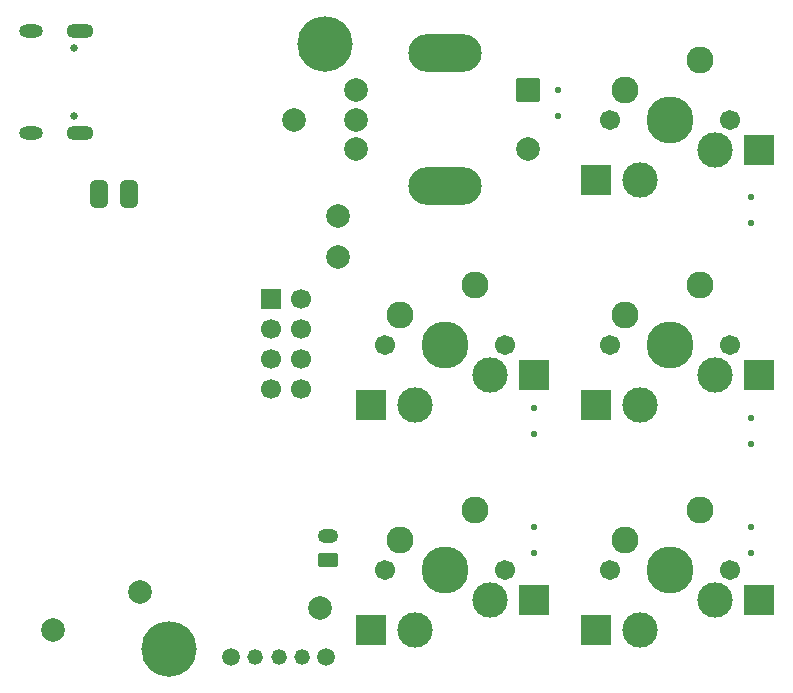
<source format=gbr>
%TF.GenerationSoftware,KiCad,Pcbnew,9.0.2*%
%TF.CreationDate,2025-08-07T13:19:16-06:00*%
%TF.ProjectId,macro devboard ESP32,6d616372-6f20-4646-9576-626f61726420,rev?*%
%TF.SameCoordinates,Original*%
%TF.FileFunction,Soldermask,Bot*%
%TF.FilePolarity,Negative*%
%FSLAX46Y46*%
G04 Gerber Fmt 4.6, Leading zero omitted, Abs format (unit mm)*
G04 Created by KiCad (PCBNEW 9.0.2) date 2025-08-07 13:19:16*
%MOMM*%
%LPD*%
G01*
G04 APERTURE LIST*
G04 Aperture macros list*
%AMRoundRect*
0 Rectangle with rounded corners*
0 $1 Rounding radius*
0 $2 $3 $4 $5 $6 $7 $8 $9 X,Y pos of 4 corners*
0 Add a 4 corners polygon primitive as box body*
4,1,4,$2,$3,$4,$5,$6,$7,$8,$9,$2,$3,0*
0 Add four circle primitives for the rounded corners*
1,1,$1+$1,$2,$3*
1,1,$1+$1,$4,$5*
1,1,$1+$1,$6,$7*
1,1,$1+$1,$8,$9*
0 Add four rect primitives between the rounded corners*
20,1,$1+$1,$2,$3,$4,$5,0*
20,1,$1+$1,$4,$5,$6,$7,0*
20,1,$1+$1,$6,$7,$8,$9,0*
20,1,$1+$1,$8,$9,$2,$3,0*%
%AMFreePoly0*
4,1,23,0.500000,-0.750000,0.000000,-0.750000,0.000000,-0.745722,-0.065263,-0.745722,-0.191342,-0.711940,-0.304381,-0.646677,-0.396677,-0.554381,-0.461940,-0.441342,-0.495722,-0.315263,-0.495722,-0.250000,-0.500000,-0.250000,-0.500000,0.250000,-0.495722,0.250000,-0.495722,0.315263,-0.461940,0.441342,-0.396677,0.554381,-0.304381,0.646677,-0.191342,0.711940,-0.065263,0.745722,0.000000,0.745722,
0.000000,0.750000,0.500000,0.750000,0.500000,-0.750000,0.500000,-0.750000,$1*%
%AMFreePoly1*
4,1,23,0.000000,0.745722,0.065263,0.745722,0.191342,0.711940,0.304381,0.646677,0.396677,0.554381,0.461940,0.441342,0.495722,0.315263,0.495722,0.250000,0.500000,0.250000,0.500000,-0.250000,0.495722,-0.250000,0.495722,-0.315263,0.461940,-0.441342,0.396677,-0.554381,0.304381,-0.646677,0.191342,-0.711940,0.065263,-0.745722,0.000000,-0.745722,0.000000,-0.750000,-0.500000,-0.750000,
-0.500000,0.750000,0.000000,0.750000,0.000000,0.745722,0.000000,0.745722,$1*%
G04 Aperture macros list end*
%ADD10C,1.701800*%
%ADD11C,3.000000*%
%ADD12C,3.987800*%
%ADD13R,2.550000X2.500000*%
%ADD14C,2.286000*%
%ADD15RoundRect,0.102000X-0.900000X0.900000X-0.900000X-0.900000X0.900000X-0.900000X0.900000X0.900000X0*%
%ADD16C,2.004000*%
%ADD17O,6.204000X3.204000*%
%ADD18C,2.700000*%
%ADD19C,4.700000*%
%ADD20C,0.650000*%
%ADD21O,2.304000X1.254000*%
%ADD22O,2.004000X1.104000*%
%ADD23C,1.320800*%
%ADD24C,1.498600*%
%ADD25RoundRect,0.125000X0.125000X-0.125000X0.125000X0.125000X-0.125000X0.125000X-0.125000X-0.125000X0*%
%ADD26FreePoly0,270.000000*%
%ADD27FreePoly1,270.000000*%
%ADD28C,2.000000*%
%ADD29R,1.700000X1.700000*%
%ADD30C,1.700000*%
%ADD31RoundRect,0.125000X-0.125000X0.125000X-0.125000X-0.125000X0.125000X-0.125000X0.125000X0.125000X0*%
%ADD32RoundRect,0.250000X0.625000X-0.350000X0.625000X0.350000X-0.625000X0.350000X-0.625000X-0.350000X0*%
%ADD33O,1.750000X1.200000*%
G04 APERTURE END LIST*
%TO.C,LED1*%
G36*
X198560000Y-55660000D02*
G01*
X200060000Y-55660000D01*
X200060000Y-55960000D01*
X198560000Y-55960000D01*
X198560000Y-55660000D01*
G37*
%TO.C,LED0*%
G36*
X195970000Y-55660000D02*
G01*
X197470000Y-55660000D01*
X197470000Y-55960000D01*
X195970000Y-55960000D01*
X195970000Y-55660000D01*
G37*
%TD*%
D10*
%TO.C,SW6*%
X240010000Y-87620000D03*
D11*
X242550000Y-92700000D03*
D12*
X245090000Y-87620000D03*
D11*
X248900000Y-90160000D03*
D10*
X250170000Y-87620000D03*
D13*
X238800000Y-92700000D03*
D14*
X247630000Y-82540000D03*
X241280000Y-85080000D03*
D13*
X252650000Y-90160000D03*
%TD*%
D15*
%TO.C,S1*%
X233040000Y-47020000D03*
D16*
X233040000Y-52020000D03*
X218540000Y-47020000D03*
X218540000Y-52020000D03*
X218540000Y-49520000D03*
D17*
X226040000Y-43920000D03*
X226040000Y-55120000D03*
%TD*%
D10*
%TO.C,SW9*%
X220960000Y-68570000D03*
D11*
X223500000Y-73650000D03*
D12*
X226040000Y-68570000D03*
D11*
X229850000Y-71110000D03*
D10*
X231120000Y-68570000D03*
D13*
X219750000Y-73650000D03*
D14*
X228580000Y-63490000D03*
X222230000Y-66030000D03*
D13*
X233600000Y-71110000D03*
%TD*%
D18*
%TO.C,H1*%
X202640000Y-94320000D03*
D19*
X202640000Y-94320000D03*
%TD*%
D20*
%TO.C,J1*%
X194640000Y-43420000D03*
X194640000Y-49200000D03*
D21*
X195140000Y-41990000D03*
X195140000Y-50630000D03*
D22*
X190960000Y-41990000D03*
X190960000Y-50630000D03*
%TD*%
D18*
%TO.C,H2*%
X215860000Y-43120000D03*
D19*
X215860000Y-43120000D03*
%TD*%
D10*
%TO.C,SW7*%
X240010000Y-68570000D03*
D11*
X242550000Y-73650000D03*
D12*
X245090000Y-68570000D03*
D11*
X248900000Y-71110000D03*
D10*
X250170000Y-68570000D03*
D13*
X238800000Y-73650000D03*
D14*
X247630000Y-63490000D03*
X241280000Y-66030000D03*
D13*
X252650000Y-71110000D03*
%TD*%
D10*
%TO.C,SW8*%
X220960000Y-87620000D03*
D11*
X223500000Y-92700000D03*
D12*
X226040000Y-87620000D03*
D11*
X229850000Y-90160000D03*
D10*
X231120000Y-87620000D03*
D13*
X219750000Y-92700000D03*
D14*
X228580000Y-82540000D03*
X222230000Y-85080000D03*
D13*
X233600000Y-90160000D03*
%TD*%
D10*
%TO.C,SW1*%
X240010000Y-49520000D03*
D11*
X242550000Y-54600000D03*
D12*
X245090000Y-49520000D03*
D11*
X248900000Y-52060000D03*
D10*
X250170000Y-49520000D03*
D13*
X238800000Y-54600000D03*
D14*
X247630000Y-44440000D03*
X241280000Y-46980000D03*
D13*
X252650000Y-52060000D03*
%TD*%
D23*
%TO.C,SW2*%
X209940000Y-95000000D03*
X211940000Y-95000000D03*
X213940001Y-95000000D03*
D24*
X207940000Y-95000000D03*
X215940000Y-95000000D03*
%TD*%
D25*
%TO.C,D4*%
X251950000Y-76977499D03*
X251950000Y-74777501D03*
%TD*%
%TO.C,D6*%
X233560000Y-76099998D03*
X233560000Y-73900000D03*
%TD*%
D26*
%TO.C,LED1*%
X199310000Y-55160000D03*
D27*
X199310000Y-56460000D03*
%TD*%
D28*
%TO.C,TP4*%
X216970000Y-57720000D03*
%TD*%
D29*
%TO.C,J3*%
X211300000Y-64670000D03*
D30*
X213840000Y-64670000D03*
X211300000Y-67210000D03*
X213840000Y-67210000D03*
X211300000Y-69750000D03*
X213840000Y-69750000D03*
X211300000Y-72290000D03*
X213840000Y-72290000D03*
%TD*%
D28*
%TO.C,TP5*%
X217000000Y-61120000D03*
%TD*%
D31*
%TO.C,D3*%
X251940000Y-84052501D03*
X251940000Y-86252499D03*
%TD*%
D28*
%TO.C,TP6*%
X200240000Y-89550000D03*
%TD*%
%TO.C,TP2*%
X213230000Y-49520000D03*
%TD*%
%TO.C,TP3*%
X192860000Y-92720000D03*
%TD*%
D25*
%TO.C,D7*%
X235590000Y-49190000D03*
X235590000Y-46990000D03*
%TD*%
D26*
%TO.C,LED0*%
X196720000Y-55160000D03*
D27*
X196720000Y-56460000D03*
%TD*%
D25*
%TO.C,D2*%
X251950000Y-58292498D03*
X251950000Y-56092500D03*
%TD*%
D32*
%TO.C,J4*%
X216090000Y-86810000D03*
D33*
X216090000Y-84810000D03*
%TD*%
D31*
%TO.C,D5*%
X233580000Y-84032501D03*
X233580000Y-86232499D03*
%TD*%
D28*
%TO.C,TP1*%
X215440000Y-90870000D03*
%TD*%
M02*

</source>
